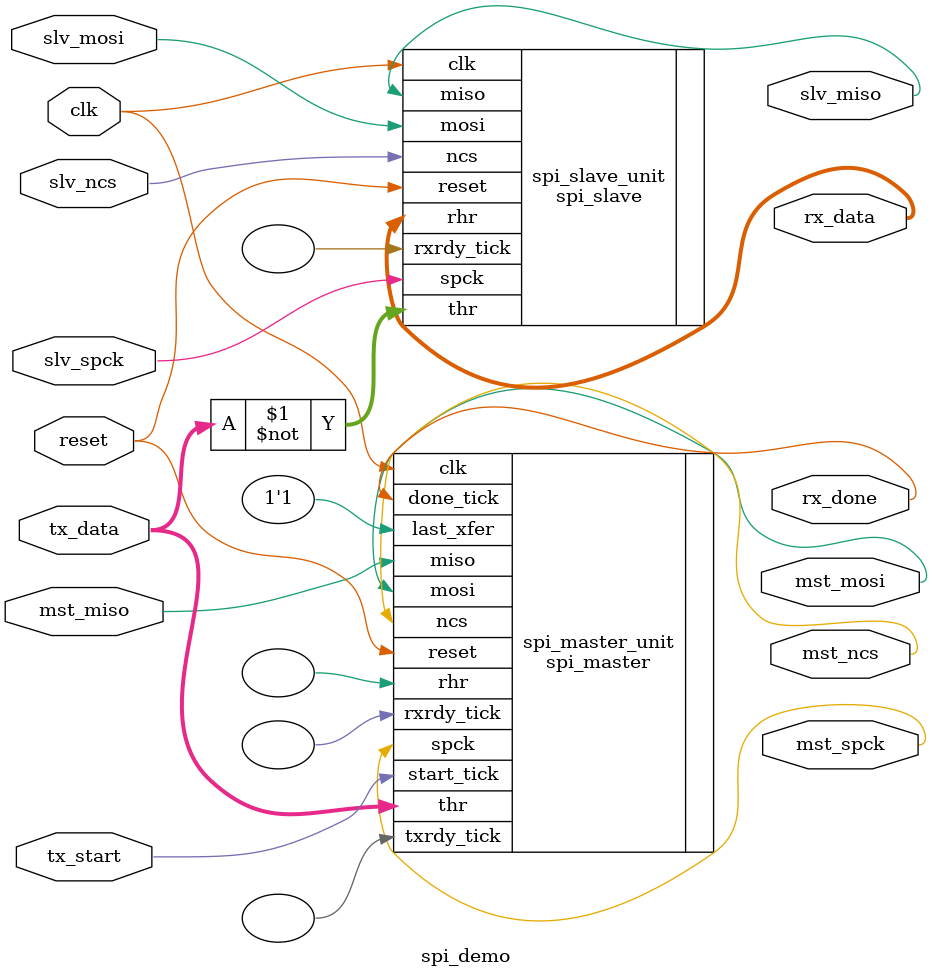
<source format=v>
`timescale 1ns / 1ps
module spi_demo
(
	input wire clk,
	input wire reset,
	
	output wire mst_mosi,
	input wire mst_miso,
	output wire mst_spck,
	output wire mst_ncs,
	
	input wire slv_mosi,
	output wire slv_miso,
	input wire slv_spck,
	input wire slv_ncs,
	
	input wire tx_start,
	output wire rx_done,
	
	input wire [7:0] tx_data,
	output wire [7:0] rx_data
);

spi_slave spi_slave_unit
	(.clk(clk),
	.reset(reset),
	.spck(slv_spck),
	.ncs(slv_ncs),
	.mosi(slv_mosi),
	.miso(slv_miso),
	.thr(~tx_data),
	.rhr(rx_data),
	.rxrdy_tick());

spi_master spi_master_unit
	(.clk(clk),
	.reset(reset),
	.spck(mst_spck),
	.ncs(mst_ncs),
	.mosi(mst_mosi),
	.miso(mst_miso),
	.thr(tx_data),
	.rhr(),
	.start_tick(tx_start),
	.last_xfer(1'b1),
	.txrdy_tick(),
	.rxrdy_tick(),
	.done_tick(rx_done));

endmodule

</source>
